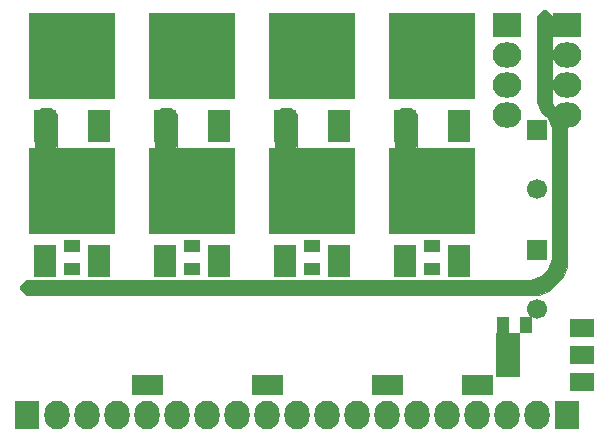
<source format=gbr>
G04 #@! TF.FileFunction,Soldermask,Bot*
%FSLAX46Y46*%
G04 Gerber Fmt 4.6, Leading zero omitted, Abs format (unit mm)*
G04 Created by KiCad (PCBNEW 4.0.7) date 01/30/18 18:32:40*
%MOMM*%
%LPD*%
G01*
G04 APERTURE LIST*
%ADD10C,0.100000*%
%ADD11R,1.400000X1.000000*%
%ADD12R,1.900000X2.800000*%
%ADD13R,7.400240X7.400240*%
%ADD14R,2.127200X2.432000*%
%ADD15O,2.127200X2.432000*%
%ADD16R,1.365200X1.670000*%
%ADD17R,2.100000X1.600000*%
%ADD18R,2.100000X3.700000*%
%ADD19R,1.700000X1.700000*%
%ADD20C,1.700000*%
%ADD21R,2.432000X2.127200*%
%ADD22O,2.432000X2.127200*%
%ADD23R,1.000000X1.400000*%
%ADD24C,0.026000*%
G04 APERTURE END LIST*
D10*
D11*
X8890000Y-25035000D03*
X8890000Y-27035000D03*
X19050000Y-25035000D03*
X19050000Y-27035000D03*
D12*
X11190000Y-14880000D03*
X6590000Y-14880000D03*
D13*
X8890000Y-8980680D03*
D12*
X11190000Y-26310000D03*
X6590000Y-26310000D03*
D13*
X8890000Y-20410680D03*
D12*
X21350000Y-14880000D03*
X16750000Y-14880000D03*
D13*
X19050000Y-8980680D03*
D12*
X21350000Y-26310000D03*
X16750000Y-26310000D03*
D13*
X19050000Y-20410680D03*
D14*
X5080000Y-39370000D03*
D15*
X7620000Y-39370000D03*
X10160000Y-39370000D03*
X12700000Y-39370000D03*
X15240000Y-39370000D03*
X17780000Y-39370000D03*
X20320000Y-39370000D03*
X22860000Y-39370000D03*
X25400000Y-39370000D03*
X27940000Y-39370000D03*
X30480000Y-39370000D03*
X33020000Y-39370000D03*
X35560000Y-39370000D03*
X38100000Y-39370000D03*
X40640000Y-39370000D03*
X43180000Y-39370000D03*
D12*
X31510000Y-14880000D03*
X26910000Y-14880000D03*
D13*
X29210000Y-8980680D03*
D12*
X31510000Y-26310000D03*
X26910000Y-26310000D03*
D13*
X29210000Y-20410680D03*
D12*
X41670000Y-14880000D03*
X37070000Y-14880000D03*
D13*
X39370000Y-8980680D03*
D12*
X41670000Y-26310000D03*
X37070000Y-26310000D03*
D13*
X39370000Y-20410680D03*
D11*
X29210000Y-25035000D03*
X29210000Y-27035000D03*
X39370000Y-25035000D03*
X39370000Y-27035000D03*
D16*
X14605000Y-36830000D03*
X15875000Y-36830000D03*
X24765000Y-36830000D03*
X26035000Y-36830000D03*
X34925000Y-36830000D03*
X36195000Y-36830000D03*
X43815000Y-36830000D03*
X42545000Y-36830000D03*
D17*
X52070000Y-31990000D03*
X52070000Y-34290000D03*
X52070000Y-36590000D03*
D18*
X45770000Y-34290000D03*
D19*
X48260000Y-25400000D03*
D20*
X48260000Y-30400000D03*
D19*
X48260000Y-15240000D03*
D20*
X48260000Y-20240000D03*
D14*
X50800000Y-39370000D03*
D15*
X48260000Y-39370000D03*
X45720000Y-39370000D03*
D21*
X45720000Y-6350000D03*
D22*
X45720000Y-8890000D03*
X45720000Y-11430000D03*
X45720000Y-13970000D03*
D21*
X50800000Y-6350000D03*
D22*
X50800000Y-8890000D03*
X50800000Y-11430000D03*
X50800000Y-13970000D03*
D23*
X47355000Y-31750000D03*
X45355000Y-31750000D03*
D24*
G36*
X27927000Y-13840384D02*
X27927000Y-16639616D01*
X27434616Y-17132000D01*
X26540384Y-17132000D01*
X26048000Y-16639616D01*
X26048000Y-13840384D01*
X26540384Y-13348000D01*
X27434616Y-13348000D01*
X27927000Y-13840384D01*
X27927000Y-13840384D01*
G37*
X27927000Y-13840384D02*
X27927000Y-16639616D01*
X27434616Y-17132000D01*
X26540384Y-17132000D01*
X26048000Y-16639616D01*
X26048000Y-13840384D01*
X26540384Y-13348000D01*
X27434616Y-13348000D01*
X27927000Y-13840384D01*
G36*
X38087000Y-13840384D02*
X38087000Y-16639616D01*
X37594616Y-17132000D01*
X36700384Y-17132000D01*
X36208000Y-16639616D01*
X36208000Y-13840384D01*
X36700384Y-13348000D01*
X37594616Y-13348000D01*
X38087000Y-13840384D01*
X38087000Y-13840384D01*
G37*
X38087000Y-13840384D02*
X38087000Y-16639616D01*
X37594616Y-17132000D01*
X36700384Y-17132000D01*
X36208000Y-16639616D01*
X36208000Y-13840384D01*
X36700384Y-13348000D01*
X37594616Y-13348000D01*
X38087000Y-13840384D01*
G36*
X17767000Y-13840384D02*
X17767000Y-16639616D01*
X17274616Y-17132000D01*
X16380384Y-17132000D01*
X15888000Y-16639616D01*
X15888000Y-13840384D01*
X16380384Y-13348000D01*
X17274616Y-13348000D01*
X17767000Y-13840384D01*
X17767000Y-13840384D01*
G37*
X17767000Y-13840384D02*
X17767000Y-16639616D01*
X17274616Y-17132000D01*
X16380384Y-17132000D01*
X15888000Y-16639616D01*
X15888000Y-13840384D01*
X16380384Y-13348000D01*
X17274616Y-13348000D01*
X17767000Y-13840384D01*
G36*
X7607000Y-13840384D02*
X7607000Y-16639616D01*
X7114616Y-17132000D01*
X6220384Y-17132000D01*
X5728000Y-16639616D01*
X5728000Y-13840384D01*
X6220384Y-13348000D01*
X7114616Y-13348000D01*
X7607000Y-13840384D01*
X7607000Y-13840384D01*
G37*
X7607000Y-13840384D02*
X7607000Y-16639616D01*
X7114616Y-17132000D01*
X6220384Y-17132000D01*
X5728000Y-16639616D01*
X5728000Y-13840384D01*
X6220384Y-13348000D01*
X7114616Y-13348000D01*
X7607000Y-13840384D01*
G36*
X49517000Y-5585384D02*
X49517000Y-12835000D01*
X49517990Y-12839975D01*
X49871543Y-13693528D01*
X49874361Y-13697745D01*
X50435426Y-14258810D01*
X50787000Y-15107585D01*
X50787000Y-26802415D01*
X50435426Y-27651190D01*
X49241190Y-28845426D01*
X48392415Y-29197000D01*
X4950384Y-29197000D01*
X4458000Y-28704616D01*
X4458000Y-28445384D01*
X4950384Y-27953000D01*
X47760000Y-27953000D01*
X47764975Y-27952010D01*
X48618528Y-27598457D01*
X48622745Y-27595639D01*
X49185639Y-27032745D01*
X49188457Y-27028528D01*
X49542010Y-26174975D01*
X49543000Y-26170000D01*
X49543000Y-15105000D01*
X49542010Y-15100025D01*
X49188457Y-14246472D01*
X49185639Y-14242255D01*
X48624574Y-13681190D01*
X48273000Y-12832415D01*
X48273000Y-5585384D01*
X48765384Y-5093000D01*
X49024616Y-5093000D01*
X49517000Y-5585384D01*
X49517000Y-5585384D01*
G37*
X49517000Y-5585384D02*
X49517000Y-12835000D01*
X49517990Y-12839975D01*
X49871543Y-13693528D01*
X49874361Y-13697745D01*
X50435426Y-14258810D01*
X50787000Y-15107585D01*
X50787000Y-26802415D01*
X50435426Y-27651190D01*
X49241190Y-28845426D01*
X48392415Y-29197000D01*
X4950384Y-29197000D01*
X4458000Y-28704616D01*
X4458000Y-28445384D01*
X4950384Y-27953000D01*
X47760000Y-27953000D01*
X47764975Y-27952010D01*
X48618528Y-27598457D01*
X48622745Y-27595639D01*
X49185639Y-27032745D01*
X49188457Y-27028528D01*
X49542010Y-26174975D01*
X49543000Y-26170000D01*
X49543000Y-15105000D01*
X49542010Y-15100025D01*
X49188457Y-14246472D01*
X49185639Y-14242255D01*
X48624574Y-13681190D01*
X48273000Y-12832415D01*
X48273000Y-5585384D01*
X48765384Y-5093000D01*
X49024616Y-5093000D01*
X49517000Y-5585384D01*
M02*

</source>
